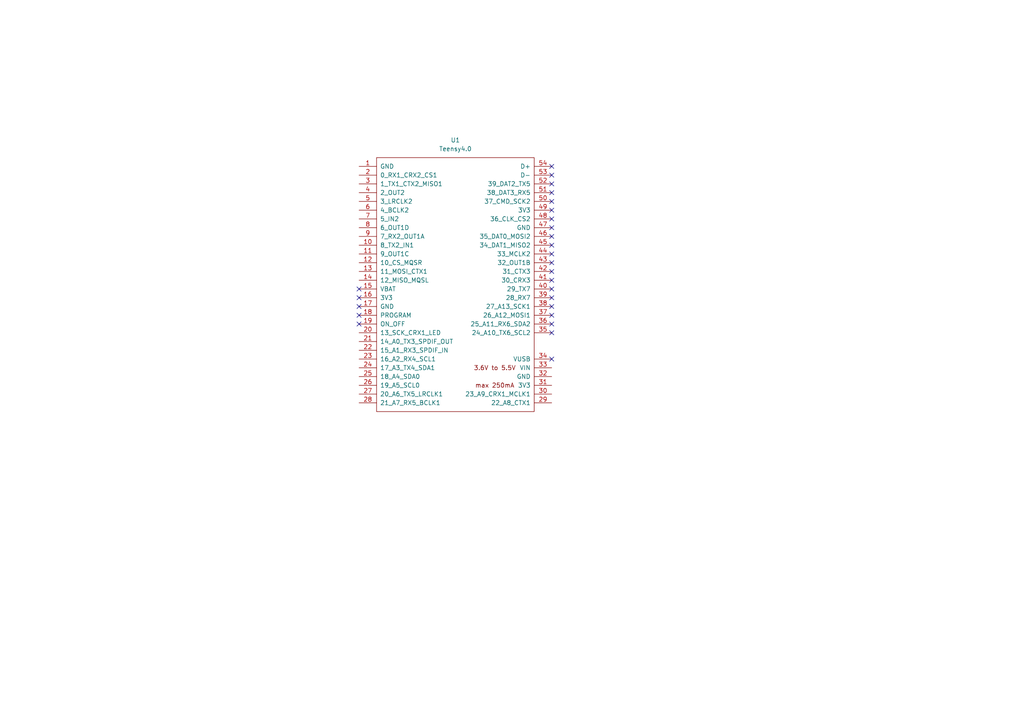
<source format=kicad_sch>
(kicad_sch (version 20250114) (generator "eeschema") (generator_version "9.0")
  (paper "A4")
  (lib_symbols
    (symbol "teensy:Teensy4.0" (pin_names (offset 1.016))
      (property "Reference" "U" (at 0 39.37 0))
      (property "Value" "Teensy4.0" (at 0 -39.37 0))
      (symbol "Teensy4.0_0_0"
        (text "3.6V to 5.5V" (at 11.43 -24.13 0) (effects (font (size 1.27 1.27))))
        (text "max 250mA" (at 11.43 -29.21 0) (effects (font (size 1.27 1.27))))
        (pin bidirectional line (at -27.94 24.13 0) (length 5.08) (name "3_LRCLK2") (number "5"))
        (pin bidirectional line (at -27.94 21.59 0) (length 5.08) (name "4_BCLK2") (number "6"))
        (pin bidirectional line (at -27.94 19.05 0) (length 5.08) (name "5_IN2") (number "7"))
        (pin bidirectional line (at -27.94 16.51 0) (length 5.08) (name "6_OUT1D") (number "8"))
        (pin bidirectional line (at -27.94 13.97 0) (length 5.08) (name "7_RX2_OUT1A") (number "9"))
        (pin bidirectional line (at -27.94 11.43 0) (length 5.08) (name "8_TX2_IN1") (number "10"))
        (pin bidirectional line (at -27.94 8.89 0) (length 5.08) (name "9_OUT1C") (number "11"))
        (pin bidirectional line (at -27.94 6.35 0) (length 5.08) (name "10_CS_MQSR") (number "12"))
        (pin bidirectional line (at -27.94 3.81 0) (length 5.08) (name "11_MOSI_CTX1") (number "13"))
        (pin bidirectional line (at -27.94 1.27 0) (length 5.08) (name "12_MISO_MQSL") (number "14"))
        (pin power_in line (at -27.94 -1.27 0) (length 5.08) (name "VBAT") (number "15"))
        (pin power_in line (at -27.94 -3.81 0) (length 5.08) (name "3V3") (number "16"))
        (pin power_in line (at -27.94 -6.35 0) (length 5.08) (name "GND") (number "17"))
        (pin input line (at -27.94 -8.89 0) (length 5.08) (name "PROGRAM") (number "18"))
        (pin input line (at -27.94 -11.43 0) (length 5.08) (name "ON_OFF") (number "19"))
        (pin bidirectional line (at -27.94 -13.97 0) (length 5.08) (name "13_SCK_CRX1_LED") (number "20"))
        (pin bidirectional line (at -27.94 -16.51 0) (length 5.08) (name "14_A0_TX3_SPDIF_OUT") (number "21"))
        (pin bidirectional line (at -27.94 -19.05 0) (length 5.08) (name "15_A1_RX3_SPDIF_IN") (number "22"))
        (pin bidirectional line (at -27.94 -21.59 0) (length 5.08) (name "16_A2_RX4_SCL1") (number "23"))
        (pin bidirectional line (at -27.94 -24.13 0) (length 5.08) (name "17_A3_TX4_SDA1") (number "24"))
        (pin bidirectional line (at -27.94 -26.67 0) (length 5.08) (name "18_A4_SDA0") (number "25"))
        (pin bidirectional line (at -27.94 -29.21 0) (length 5.08) (name "19_A5_SCL0") (number "26"))
        (pin bidirectional line (at -27.94 -31.75 0) (length 5.08) (name "20_A6_TX5_LRCLK1") (number "27"))
        (pin bidirectional line (at -27.94 -34.29 0) (length 5.08) (name "21_A7_RX5_BCLK1") (number "28"))
        (pin bidirectional line (at 27.94 34.29 180) (length 5.08) (name "D+") (number "54"))
        (pin bidirectional line (at 27.94 31.75 180) (length 5.08) (name "D-") (number "53"))
        (pin bidirectional line (at 27.94 29.21 180) (length 5.08) (name "39_DAT2_TX5") (number "52"))
        (pin bidirectional line (at 27.94 26.67 180) (length 5.08) (name "38_DAT3_RX5") (number "51"))
        (pin bidirectional line (at 27.94 24.13 180) (length 5.08) (name "37_CMD_SCK2") (number "50"))
        (pin power_out line (at 27.94 21.59 180) (length 5.08) (name "3V3") (number "49"))
        (pin bidirectional line (at 27.94 19.05 180) (length 5.08) (name "36_CLK_CS2") (number "48"))
        (pin power_out line (at 27.94 16.51 180) (length 5.08) (name "GND") (number "47"))
        (pin bidirectional line (at 27.94 13.97 180) (length 5.08) (name "35_DAT0_MOSI2") (number "46"))
        (pin bidirectional line (at 27.94 11.43 180) (length 5.08) (name "34_DAT1_MISO2") (number "45"))
        (pin bidirectional line (at 27.94 8.89 180) (length 5.08) (name "33_MCLK2") (number "44"))
        (pin bidirectional line (at 27.94 6.35 180) (length 5.08) (name "32_OUT1B") (number "43"))
        (pin bidirectional line (at 27.94 3.81 180) (length 5.08) (name "31_CTX3") (number "42"))
        (pin bidirectional line (at 27.94 1.27 180) (length 5.08) (name "30_CRX3") (number "41"))
        (pin bidirectional line (at 27.94 -1.27 180) (length 5.08) (name "29_TX7") (number "40"))
        (pin bidirectional line (at 27.94 -3.81 180) (length 5.08) (name "28_RX7") (number "39"))
        (pin bidirectional line (at 27.94 -6.35 180) (length 5.08) (name "27_A13_SCK1") (number "38"))
        (pin bidirectional line (at 27.94 -8.89 180) (length 5.08) (name "26_A12_MOSI1") (number "37"))
        (pin bidirectional line (at 27.94 -11.43 180) (length 5.08) (name "25_A11_RX6_SDA2") (number "36"))
        (pin bidirectional line (at 27.94 -13.97 180) (length 5.08) (name "24_A10_TX6_SCL2") (number "35"))
        (pin power_out line (at 27.94 -21.59 180) (length 5.08) (name "VUSB") (number "34"))
        (pin power_in line (at 27.94 -24.13 180) (length 5.08) (name "VIN") (number "33"))
        (pin power_in line (at 27.94 -26.67 180) (length 5.08) (name "GND") (number "32"))
        (pin power_out line (at 27.94 -29.21 180) (length 5.08) (name "3V3") (number "31"))
        (pin bidirectional line (at 27.94 -31.75 180) (length 5.08) (name "23_A9_CRX1_MCLK1") (number "30"))
        (pin bidirectional line (at 27.94 -34.29 180) (length 5.08) (name "22_A8_CTX1") (number "29"))
      )
      (symbol "Teensy4.0_0_1"
        (rectangle (start -22.86 36.83) (end 22.86 -36.83))
        (rectangle (start -20.32 -31.75) (end -20.32 -31.75))
      )
      (symbol "Teensy4.0_1_1"
        (pin power_in line (at -27.94 34.29 0) (length 5.08) (name "GND") (number "1"))
        (pin bidirectional line (at -27.94 31.75 0) (length 5.08) (name "0_RX1_CRX2_CS1") (number "2"))
        (pin bidirectional line (at -27.94 29.21 0) (length 5.08) (name "1_TX1_CTX2_MISO1") (number "3"))
        (pin bidirectional line (at -27.94 26.67 0) (length 5.08) (name "2_OUT2") (number "4"))
      )
    )
  )
  (no_connect (at 160.02 66.04))
  (no_connect (at 160.02 68.58))
  (no_connect (at 160.02 55.88))
  (no_connect (at 160.02 53.34))
  (no_connect (at 160.02 78.74))
  (no_connect (at 160.02 104.14))
  (no_connect (at 104.14 93.98))
  (no_connect (at 160.02 96.52))
  (no_connect (at 160.02 63.5))
  (no_connect (at 160.02 71.12))
  (no_connect (at 104.14 91.44))
  (no_connect (at 160.02 83.82))
  (no_connect (at 160.02 76.2))
  (no_connect (at 160.02 86.36))
  (no_connect (at 160.02 60.96))
  (no_connect (at 160.02 58.42))
  (no_connect (at 160.02 93.98))
  (no_connect (at 160.02 88.9))
  (no_connect (at 160.02 91.44))
  (no_connect (at 104.14 83.82))
  (no_connect (at 160.02 81.28))
  (no_connect (at 104.14 86.36))
  (no_connect (at 160.02 50.8))
  (no_connect (at 104.14 88.9))
  (no_connect (at 160.02 73.66))
  (no_connect (at 160.02 48.26))
  (symbol (lib_id "teensy:Teensy4.0") (at 132.08 82.55 0) (unit 1)
    (property "Reference" "U1" (at 132.08 40.64 0))
    (property "Value" "Teensy4.0" (at 132.08 43.18 0))
    (property "Footprint" "teensy:Teensy40" (effects (hide yes)))
  )
)
</source>
